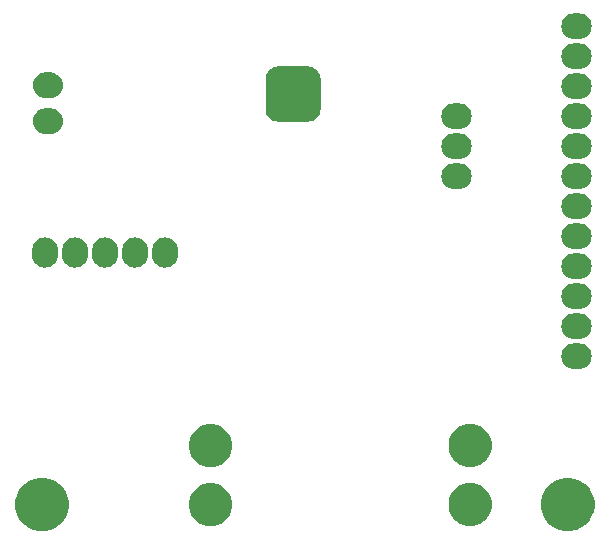
<source format=gbs>
G04 #@! TF.GenerationSoftware,KiCad,Pcbnew,5.0.2+dfsg1-1~bpo9+1*
G04 #@! TF.CreationDate,2019-05-11T00:02:52+03:00*
G04 #@! TF.ProjectId,dled-esp32-controller,646c6564-2d65-4737-9033-322d636f6e74,rev?*
G04 #@! TF.SameCoordinates,Original*
G04 #@! TF.FileFunction,Soldermask,Bot*
G04 #@! TF.FilePolarity,Negative*
%FSLAX46Y46*%
G04 Gerber Fmt 4.6, Leading zero omitted, Abs format (unit mm)*
G04 Created by KiCad (PCBNEW 5.0.2+dfsg1-1~bpo9+1) date Sb 11 mai 2019 00:02:52 +0300*
%MOMM*%
%LPD*%
G01*
G04 APERTURE LIST*
%ADD10C,0.100000*%
G04 APERTURE END LIST*
D10*
G36*
X72915049Y-93307618D02*
X72915052Y-93307619D01*
X72915051Y-93307619D01*
X73329985Y-93479490D01*
X73703415Y-93729008D01*
X74020992Y-94046585D01*
X74270510Y-94420015D01*
X74403446Y-94740950D01*
X74442382Y-94834951D01*
X74530000Y-95275438D01*
X74530000Y-95724562D01*
X74442382Y-96165049D01*
X74442381Y-96165051D01*
X74270510Y-96579985D01*
X74020992Y-96953415D01*
X73703415Y-97270992D01*
X73329985Y-97520510D01*
X73009050Y-97653446D01*
X72915049Y-97692382D01*
X72474562Y-97780000D01*
X72025438Y-97780000D01*
X71584951Y-97692382D01*
X71490950Y-97653446D01*
X71170015Y-97520510D01*
X70796585Y-97270992D01*
X70479008Y-96953415D01*
X70229490Y-96579985D01*
X70057619Y-96165051D01*
X70057618Y-96165049D01*
X69970000Y-95724562D01*
X69970000Y-95275438D01*
X70057618Y-94834951D01*
X70096554Y-94740950D01*
X70229490Y-94420015D01*
X70479008Y-94046585D01*
X70796585Y-93729008D01*
X71170015Y-93479490D01*
X71584949Y-93307619D01*
X71584948Y-93307619D01*
X71584951Y-93307618D01*
X72025438Y-93220000D01*
X72474562Y-93220000D01*
X72915049Y-93307618D01*
X72915049Y-93307618D01*
G37*
G36*
X28415049Y-93307618D02*
X28415052Y-93307619D01*
X28415051Y-93307619D01*
X28829985Y-93479490D01*
X29203415Y-93729008D01*
X29520992Y-94046585D01*
X29770510Y-94420015D01*
X29903446Y-94740950D01*
X29942382Y-94834951D01*
X30030000Y-95275438D01*
X30030000Y-95724562D01*
X29942382Y-96165049D01*
X29942381Y-96165051D01*
X29770510Y-96579985D01*
X29520992Y-96953415D01*
X29203415Y-97270992D01*
X28829985Y-97520510D01*
X28509050Y-97653446D01*
X28415049Y-97692382D01*
X27974562Y-97780000D01*
X27525438Y-97780000D01*
X27084951Y-97692382D01*
X26990950Y-97653446D01*
X26670015Y-97520510D01*
X26296585Y-97270992D01*
X25979008Y-96953415D01*
X25729490Y-96579985D01*
X25557619Y-96165051D01*
X25557618Y-96165049D01*
X25470000Y-95724562D01*
X25470000Y-95275438D01*
X25557618Y-94834951D01*
X25596554Y-94740950D01*
X25729490Y-94420015D01*
X25979008Y-94046585D01*
X26296585Y-93729008D01*
X26670015Y-93479490D01*
X27084949Y-93307619D01*
X27084948Y-93307619D01*
X27084951Y-93307618D01*
X27525438Y-93220000D01*
X27974562Y-93220000D01*
X28415049Y-93307618D01*
X28415049Y-93307618D01*
G37*
G36*
X64321660Y-93698130D02*
X64533791Y-93740325D01*
X64866830Y-93878275D01*
X65166557Y-94078546D01*
X65421454Y-94333443D01*
X65621725Y-94633170D01*
X65759675Y-94966209D01*
X65830000Y-95319761D01*
X65830000Y-95680239D01*
X65759675Y-96033791D01*
X65621725Y-96366830D01*
X65421454Y-96666557D01*
X65166557Y-96921454D01*
X64866830Y-97121725D01*
X64533791Y-97259675D01*
X64321660Y-97301870D01*
X64180241Y-97330000D01*
X63819759Y-97330000D01*
X63678340Y-97301870D01*
X63466209Y-97259675D01*
X63133170Y-97121725D01*
X62833443Y-96921454D01*
X62578546Y-96666557D01*
X62378275Y-96366830D01*
X62240325Y-96033791D01*
X62170000Y-95680239D01*
X62170000Y-95319761D01*
X62240325Y-94966209D01*
X62378275Y-94633170D01*
X62578546Y-94333443D01*
X62833443Y-94078546D01*
X63133170Y-93878275D01*
X63466209Y-93740325D01*
X63678340Y-93698130D01*
X63819759Y-93670000D01*
X64180241Y-93670000D01*
X64321660Y-93698130D01*
X64321660Y-93698130D01*
G37*
G36*
X42321660Y-93698130D02*
X42533791Y-93740325D01*
X42866830Y-93878275D01*
X43166557Y-94078546D01*
X43421454Y-94333443D01*
X43621725Y-94633170D01*
X43759675Y-94966209D01*
X43830000Y-95319761D01*
X43830000Y-95680239D01*
X43759675Y-96033791D01*
X43621725Y-96366830D01*
X43421454Y-96666557D01*
X43166557Y-96921454D01*
X42866830Y-97121725D01*
X42533791Y-97259675D01*
X42321660Y-97301870D01*
X42180241Y-97330000D01*
X41819759Y-97330000D01*
X41678340Y-97301870D01*
X41466209Y-97259675D01*
X41133170Y-97121725D01*
X40833443Y-96921454D01*
X40578546Y-96666557D01*
X40378275Y-96366830D01*
X40240325Y-96033791D01*
X40170000Y-95680239D01*
X40170000Y-95319761D01*
X40240325Y-94966209D01*
X40378275Y-94633170D01*
X40578546Y-94333443D01*
X40833443Y-94078546D01*
X41133170Y-93878275D01*
X41466209Y-93740325D01*
X41678340Y-93698130D01*
X41819759Y-93670000D01*
X42180241Y-93670000D01*
X42321660Y-93698130D01*
X42321660Y-93698130D01*
G37*
G36*
X64321660Y-88698130D02*
X64533791Y-88740325D01*
X64866830Y-88878275D01*
X65166557Y-89078546D01*
X65421454Y-89333443D01*
X65621725Y-89633170D01*
X65759675Y-89966209D01*
X65830000Y-90319761D01*
X65830000Y-90680239D01*
X65759675Y-91033791D01*
X65621725Y-91366830D01*
X65421454Y-91666557D01*
X65166557Y-91921454D01*
X64866830Y-92121725D01*
X64533791Y-92259675D01*
X64321660Y-92301870D01*
X64180241Y-92330000D01*
X63819759Y-92330000D01*
X63678340Y-92301870D01*
X63466209Y-92259675D01*
X63133170Y-92121725D01*
X62833443Y-91921454D01*
X62578546Y-91666557D01*
X62378275Y-91366830D01*
X62240325Y-91033791D01*
X62170000Y-90680239D01*
X62170000Y-90319761D01*
X62240325Y-89966209D01*
X62378275Y-89633170D01*
X62578546Y-89333443D01*
X62833443Y-89078546D01*
X63133170Y-88878275D01*
X63466209Y-88740325D01*
X63678340Y-88698130D01*
X63819759Y-88670000D01*
X64180241Y-88670000D01*
X64321660Y-88698130D01*
X64321660Y-88698130D01*
G37*
G36*
X42321660Y-88698130D02*
X42533791Y-88740325D01*
X42866830Y-88878275D01*
X43166557Y-89078546D01*
X43421454Y-89333443D01*
X43621725Y-89633170D01*
X43759675Y-89966209D01*
X43830000Y-90319761D01*
X43830000Y-90680239D01*
X43759675Y-91033791D01*
X43621725Y-91366830D01*
X43421454Y-91666557D01*
X43166557Y-91921454D01*
X42866830Y-92121725D01*
X42533791Y-92259675D01*
X42321660Y-92301870D01*
X42180241Y-92330000D01*
X41819759Y-92330000D01*
X41678340Y-92301870D01*
X41466209Y-92259675D01*
X41133170Y-92121725D01*
X40833443Y-91921454D01*
X40578546Y-91666557D01*
X40378275Y-91366830D01*
X40240325Y-91033791D01*
X40170000Y-90680239D01*
X40170000Y-90319761D01*
X40240325Y-89966209D01*
X40378275Y-89633170D01*
X40578546Y-89333443D01*
X40833443Y-89078546D01*
X41133170Y-88878275D01*
X41466209Y-88740325D01*
X41678340Y-88698130D01*
X41819759Y-88670000D01*
X42180241Y-88670000D01*
X42321660Y-88698130D01*
X42321660Y-88698130D01*
G37*
G36*
X73411713Y-81875626D02*
X73411716Y-81875627D01*
X73411717Y-81875627D01*
X73495786Y-81901129D01*
X73615299Y-81937383D01*
X73802921Y-82037669D01*
X73967371Y-82172629D01*
X74102331Y-82337079D01*
X74202617Y-82524701D01*
X74264374Y-82728287D01*
X74285226Y-82940000D01*
X74264374Y-83151713D01*
X74202617Y-83355299D01*
X74102331Y-83542921D01*
X73967371Y-83707371D01*
X73802921Y-83842331D01*
X73615299Y-83942617D01*
X73495786Y-83978871D01*
X73411717Y-84004373D01*
X73411716Y-84004373D01*
X73411713Y-84004374D01*
X73253056Y-84020000D01*
X72746944Y-84020000D01*
X72588287Y-84004374D01*
X72588284Y-84004373D01*
X72588283Y-84004373D01*
X72504214Y-83978871D01*
X72384701Y-83942617D01*
X72197079Y-83842331D01*
X72032629Y-83707371D01*
X71897669Y-83542921D01*
X71797383Y-83355299D01*
X71735626Y-83151713D01*
X71714774Y-82940000D01*
X71735626Y-82728287D01*
X71797383Y-82524701D01*
X71897669Y-82337079D01*
X72032629Y-82172629D01*
X72197079Y-82037669D01*
X72384701Y-81937383D01*
X72504214Y-81901129D01*
X72588283Y-81875627D01*
X72588284Y-81875627D01*
X72588287Y-81875626D01*
X72746944Y-81860000D01*
X73253056Y-81860000D01*
X73411713Y-81875626D01*
X73411713Y-81875626D01*
G37*
G36*
X73411713Y-79335626D02*
X73411716Y-79335627D01*
X73411717Y-79335627D01*
X73495786Y-79361129D01*
X73615299Y-79397383D01*
X73802921Y-79497669D01*
X73967371Y-79632629D01*
X74102331Y-79797079D01*
X74202617Y-79984701D01*
X74264374Y-80188287D01*
X74285226Y-80400000D01*
X74264374Y-80611713D01*
X74202617Y-80815299D01*
X74102331Y-81002921D01*
X73967371Y-81167371D01*
X73802921Y-81302331D01*
X73615299Y-81402617D01*
X73495786Y-81438871D01*
X73411717Y-81464373D01*
X73411716Y-81464373D01*
X73411713Y-81464374D01*
X73253056Y-81480000D01*
X72746944Y-81480000D01*
X72588287Y-81464374D01*
X72588284Y-81464373D01*
X72588283Y-81464373D01*
X72504214Y-81438871D01*
X72384701Y-81402617D01*
X72197079Y-81302331D01*
X72032629Y-81167371D01*
X71897669Y-81002921D01*
X71797383Y-80815299D01*
X71735626Y-80611713D01*
X71714774Y-80400000D01*
X71735626Y-80188287D01*
X71797383Y-79984701D01*
X71897669Y-79797079D01*
X72032629Y-79632629D01*
X72197079Y-79497669D01*
X72384701Y-79397383D01*
X72504214Y-79361129D01*
X72588283Y-79335627D01*
X72588284Y-79335627D01*
X72588287Y-79335626D01*
X72746944Y-79320000D01*
X73253056Y-79320000D01*
X73411713Y-79335626D01*
X73411713Y-79335626D01*
G37*
G36*
X73411713Y-76795626D02*
X73411716Y-76795627D01*
X73411717Y-76795627D01*
X73495786Y-76821129D01*
X73615299Y-76857383D01*
X73802921Y-76957669D01*
X73967371Y-77092629D01*
X74102331Y-77257079D01*
X74202617Y-77444701D01*
X74264374Y-77648287D01*
X74285226Y-77860000D01*
X74264374Y-78071713D01*
X74202617Y-78275299D01*
X74102331Y-78462921D01*
X73967371Y-78627371D01*
X73802921Y-78762331D01*
X73615299Y-78862617D01*
X73495786Y-78898871D01*
X73411717Y-78924373D01*
X73411716Y-78924373D01*
X73411713Y-78924374D01*
X73253056Y-78940000D01*
X72746944Y-78940000D01*
X72588287Y-78924374D01*
X72588284Y-78924373D01*
X72588283Y-78924373D01*
X72504214Y-78898871D01*
X72384701Y-78862617D01*
X72197079Y-78762331D01*
X72032629Y-78627371D01*
X71897669Y-78462921D01*
X71797383Y-78275299D01*
X71735626Y-78071713D01*
X71714774Y-77860000D01*
X71735626Y-77648287D01*
X71797383Y-77444701D01*
X71897669Y-77257079D01*
X72032629Y-77092629D01*
X72197079Y-76957669D01*
X72384701Y-76857383D01*
X72504214Y-76821129D01*
X72588283Y-76795627D01*
X72588284Y-76795627D01*
X72588287Y-76795626D01*
X72746944Y-76780000D01*
X73253056Y-76780000D01*
X73411713Y-76795626D01*
X73411713Y-76795626D01*
G37*
G36*
X73411713Y-74255626D02*
X73411716Y-74255627D01*
X73411717Y-74255627D01*
X73495786Y-74281129D01*
X73615299Y-74317383D01*
X73802921Y-74417669D01*
X73967371Y-74552629D01*
X74102331Y-74717079D01*
X74202617Y-74904701D01*
X74264374Y-75108287D01*
X74285226Y-75320000D01*
X74264374Y-75531713D01*
X74202617Y-75735299D01*
X74102331Y-75922921D01*
X73967371Y-76087371D01*
X73802921Y-76222331D01*
X73615299Y-76322617D01*
X73495786Y-76358871D01*
X73411717Y-76384373D01*
X73411716Y-76384373D01*
X73411713Y-76384374D01*
X73253056Y-76400000D01*
X72746944Y-76400000D01*
X72588287Y-76384374D01*
X72588284Y-76384373D01*
X72588283Y-76384373D01*
X72504214Y-76358871D01*
X72384701Y-76322617D01*
X72197079Y-76222331D01*
X72032629Y-76087371D01*
X71897669Y-75922921D01*
X71797383Y-75735299D01*
X71735626Y-75531713D01*
X71714774Y-75320000D01*
X71735626Y-75108287D01*
X71797383Y-74904701D01*
X71897669Y-74717079D01*
X72032629Y-74552629D01*
X72197079Y-74417669D01*
X72384701Y-74317383D01*
X72504214Y-74281129D01*
X72588283Y-74255627D01*
X72588284Y-74255627D01*
X72588287Y-74255626D01*
X72746944Y-74240000D01*
X73253056Y-74240000D01*
X73411713Y-74255626D01*
X73411713Y-74255626D01*
G37*
G36*
X35831712Y-72895626D02*
X35831715Y-72895627D01*
X35831716Y-72895627D01*
X35915785Y-72921129D01*
X36035298Y-72957383D01*
X36085440Y-72984185D01*
X36222919Y-73057668D01*
X36287567Y-73110723D01*
X36387371Y-73192629D01*
X36522331Y-73357079D01*
X36622617Y-73544701D01*
X36684374Y-73748287D01*
X36700000Y-73906944D01*
X36700000Y-74413055D01*
X36684374Y-74571712D01*
X36684373Y-74571715D01*
X36684373Y-74571716D01*
X36653495Y-74673506D01*
X36622616Y-74775301D01*
X36522332Y-74962919D01*
X36387371Y-75127371D01*
X36222921Y-75262331D01*
X36035299Y-75362617D01*
X35915786Y-75398871D01*
X35831717Y-75424373D01*
X35831716Y-75424373D01*
X35831713Y-75424374D01*
X35620000Y-75445226D01*
X35408288Y-75424374D01*
X35408285Y-75424373D01*
X35408284Y-75424373D01*
X35324215Y-75398871D01*
X35204702Y-75362617D01*
X35017080Y-75262331D01*
X34852630Y-75127371D01*
X34717670Y-74962921D01*
X34617383Y-74775299D01*
X34555626Y-74571713D01*
X34540000Y-74413056D01*
X34540000Y-73906945D01*
X34555626Y-73748288D01*
X34555628Y-73748283D01*
X34581129Y-73664215D01*
X34617383Y-73544702D01*
X34644185Y-73494560D01*
X34717668Y-73357081D01*
X34770723Y-73292433D01*
X34852629Y-73192629D01*
X35017079Y-73057669D01*
X35204701Y-72957383D01*
X35324214Y-72921129D01*
X35408283Y-72895627D01*
X35408284Y-72895627D01*
X35408287Y-72895626D01*
X35620000Y-72874774D01*
X35831712Y-72895626D01*
X35831712Y-72895626D01*
G37*
G36*
X33291712Y-72895626D02*
X33291715Y-72895627D01*
X33291716Y-72895627D01*
X33375785Y-72921129D01*
X33495298Y-72957383D01*
X33545440Y-72984185D01*
X33682919Y-73057668D01*
X33747567Y-73110723D01*
X33847371Y-73192629D01*
X33982331Y-73357079D01*
X34082617Y-73544701D01*
X34144374Y-73748287D01*
X34160000Y-73906944D01*
X34160000Y-74413055D01*
X34144374Y-74571712D01*
X34144373Y-74571715D01*
X34144373Y-74571716D01*
X34113495Y-74673506D01*
X34082616Y-74775301D01*
X33982332Y-74962919D01*
X33847371Y-75127371D01*
X33682921Y-75262331D01*
X33495299Y-75362617D01*
X33375786Y-75398871D01*
X33291717Y-75424373D01*
X33291716Y-75424373D01*
X33291713Y-75424374D01*
X33080000Y-75445226D01*
X32868288Y-75424374D01*
X32868285Y-75424373D01*
X32868284Y-75424373D01*
X32784215Y-75398871D01*
X32664702Y-75362617D01*
X32477080Y-75262331D01*
X32312630Y-75127371D01*
X32177670Y-74962921D01*
X32077383Y-74775299D01*
X32015626Y-74571713D01*
X32000000Y-74413056D01*
X32000000Y-73906945D01*
X32015626Y-73748288D01*
X32015628Y-73748283D01*
X32041129Y-73664215D01*
X32077383Y-73544702D01*
X32104185Y-73494560D01*
X32177668Y-73357081D01*
X32230723Y-73292433D01*
X32312629Y-73192629D01*
X32477079Y-73057669D01*
X32664701Y-72957383D01*
X32784214Y-72921129D01*
X32868283Y-72895627D01*
X32868284Y-72895627D01*
X32868287Y-72895626D01*
X33080000Y-72874774D01*
X33291712Y-72895626D01*
X33291712Y-72895626D01*
G37*
G36*
X28211712Y-72895626D02*
X28211715Y-72895627D01*
X28211716Y-72895627D01*
X28295785Y-72921129D01*
X28415298Y-72957383D01*
X28465440Y-72984185D01*
X28602919Y-73057668D01*
X28667567Y-73110723D01*
X28767371Y-73192629D01*
X28902331Y-73357079D01*
X29002617Y-73544701D01*
X29064374Y-73748287D01*
X29080000Y-73906944D01*
X29080000Y-74413055D01*
X29064374Y-74571712D01*
X29064373Y-74571715D01*
X29064373Y-74571716D01*
X29033495Y-74673506D01*
X29002616Y-74775301D01*
X28902332Y-74962919D01*
X28767371Y-75127371D01*
X28602921Y-75262331D01*
X28415299Y-75362617D01*
X28295786Y-75398871D01*
X28211717Y-75424373D01*
X28211716Y-75424373D01*
X28211713Y-75424374D01*
X28000000Y-75445226D01*
X27788288Y-75424374D01*
X27788285Y-75424373D01*
X27788284Y-75424373D01*
X27704215Y-75398871D01*
X27584702Y-75362617D01*
X27397080Y-75262331D01*
X27232630Y-75127371D01*
X27097670Y-74962921D01*
X26997383Y-74775299D01*
X26935626Y-74571713D01*
X26920000Y-74413056D01*
X26920000Y-73906945D01*
X26935626Y-73748288D01*
X26935628Y-73748283D01*
X26961129Y-73664215D01*
X26997383Y-73544702D01*
X27024185Y-73494560D01*
X27097668Y-73357081D01*
X27150723Y-73292433D01*
X27232629Y-73192629D01*
X27397079Y-73057669D01*
X27584701Y-72957383D01*
X27704214Y-72921129D01*
X27788283Y-72895627D01*
X27788284Y-72895627D01*
X27788287Y-72895626D01*
X28000000Y-72874774D01*
X28211712Y-72895626D01*
X28211712Y-72895626D01*
G37*
G36*
X38371712Y-72895626D02*
X38371715Y-72895627D01*
X38371716Y-72895627D01*
X38455785Y-72921129D01*
X38575298Y-72957383D01*
X38625440Y-72984185D01*
X38762919Y-73057668D01*
X38827567Y-73110723D01*
X38927371Y-73192629D01*
X39062331Y-73357079D01*
X39162617Y-73544701D01*
X39224374Y-73748287D01*
X39240000Y-73906944D01*
X39240000Y-74413055D01*
X39224374Y-74571712D01*
X39224373Y-74571715D01*
X39224373Y-74571716D01*
X39193495Y-74673506D01*
X39162616Y-74775301D01*
X39062332Y-74962919D01*
X38927371Y-75127371D01*
X38762921Y-75262331D01*
X38575299Y-75362617D01*
X38455786Y-75398871D01*
X38371717Y-75424373D01*
X38371716Y-75424373D01*
X38371713Y-75424374D01*
X38160000Y-75445226D01*
X37948288Y-75424374D01*
X37948285Y-75424373D01*
X37948284Y-75424373D01*
X37864215Y-75398871D01*
X37744702Y-75362617D01*
X37557080Y-75262331D01*
X37392630Y-75127371D01*
X37257670Y-74962921D01*
X37157383Y-74775299D01*
X37095626Y-74571713D01*
X37080000Y-74413056D01*
X37080000Y-73906945D01*
X37095626Y-73748288D01*
X37095628Y-73748283D01*
X37121129Y-73664215D01*
X37157383Y-73544702D01*
X37184185Y-73494560D01*
X37257668Y-73357081D01*
X37310723Y-73292433D01*
X37392629Y-73192629D01*
X37557079Y-73057669D01*
X37744701Y-72957383D01*
X37864214Y-72921129D01*
X37948283Y-72895627D01*
X37948284Y-72895627D01*
X37948287Y-72895626D01*
X38160000Y-72874774D01*
X38371712Y-72895626D01*
X38371712Y-72895626D01*
G37*
G36*
X30751712Y-72895626D02*
X30751715Y-72895627D01*
X30751716Y-72895627D01*
X30835785Y-72921129D01*
X30955298Y-72957383D01*
X31005440Y-72984185D01*
X31142919Y-73057668D01*
X31207567Y-73110723D01*
X31307371Y-73192629D01*
X31442331Y-73357079D01*
X31542617Y-73544701D01*
X31604374Y-73748287D01*
X31620000Y-73906944D01*
X31620000Y-74413055D01*
X31604374Y-74571712D01*
X31604373Y-74571715D01*
X31604373Y-74571716D01*
X31573495Y-74673506D01*
X31542616Y-74775301D01*
X31442332Y-74962919D01*
X31307371Y-75127371D01*
X31142921Y-75262331D01*
X30955299Y-75362617D01*
X30835786Y-75398871D01*
X30751717Y-75424373D01*
X30751716Y-75424373D01*
X30751713Y-75424374D01*
X30540000Y-75445226D01*
X30328288Y-75424374D01*
X30328285Y-75424373D01*
X30328284Y-75424373D01*
X30244215Y-75398871D01*
X30124702Y-75362617D01*
X29937080Y-75262331D01*
X29772630Y-75127371D01*
X29637670Y-74962921D01*
X29537383Y-74775299D01*
X29475626Y-74571713D01*
X29460000Y-74413056D01*
X29460000Y-73906945D01*
X29475626Y-73748288D01*
X29475628Y-73748283D01*
X29501129Y-73664215D01*
X29537383Y-73544702D01*
X29564185Y-73494560D01*
X29637668Y-73357081D01*
X29690723Y-73292433D01*
X29772629Y-73192629D01*
X29937079Y-73057669D01*
X30124701Y-72957383D01*
X30244214Y-72921129D01*
X30328283Y-72895627D01*
X30328284Y-72895627D01*
X30328287Y-72895626D01*
X30540000Y-72874774D01*
X30751712Y-72895626D01*
X30751712Y-72895626D01*
G37*
G36*
X73411713Y-71715626D02*
X73411716Y-71715627D01*
X73411717Y-71715627D01*
X73495786Y-71741129D01*
X73615299Y-71777383D01*
X73802921Y-71877669D01*
X73967371Y-72012629D01*
X74102331Y-72177079D01*
X74202617Y-72364701D01*
X74264374Y-72568287D01*
X74285226Y-72780000D01*
X74264374Y-72991713D01*
X74202617Y-73195299D01*
X74102331Y-73382921D01*
X73967371Y-73547371D01*
X73802921Y-73682331D01*
X73615299Y-73782617D01*
X73495786Y-73818871D01*
X73411717Y-73844373D01*
X73411716Y-73844373D01*
X73411713Y-73844374D01*
X73253056Y-73860000D01*
X72746944Y-73860000D01*
X72588287Y-73844374D01*
X72588284Y-73844373D01*
X72588283Y-73844373D01*
X72504214Y-73818871D01*
X72384701Y-73782617D01*
X72197079Y-73682331D01*
X72032629Y-73547371D01*
X71897669Y-73382921D01*
X71797383Y-73195299D01*
X71735626Y-72991713D01*
X71714774Y-72780000D01*
X71735626Y-72568287D01*
X71797383Y-72364701D01*
X71897669Y-72177079D01*
X72032629Y-72012629D01*
X72197079Y-71877669D01*
X72384701Y-71777383D01*
X72504214Y-71741129D01*
X72588283Y-71715627D01*
X72588284Y-71715627D01*
X72588287Y-71715626D01*
X72746944Y-71700000D01*
X73253056Y-71700000D01*
X73411713Y-71715626D01*
X73411713Y-71715626D01*
G37*
G36*
X73411713Y-69175626D02*
X73411716Y-69175627D01*
X73411717Y-69175627D01*
X73495786Y-69201129D01*
X73615299Y-69237383D01*
X73802921Y-69337669D01*
X73967371Y-69472629D01*
X74102331Y-69637079D01*
X74202617Y-69824701D01*
X74264374Y-70028287D01*
X74285226Y-70240000D01*
X74264374Y-70451713D01*
X74202617Y-70655299D01*
X74102331Y-70842921D01*
X73967371Y-71007371D01*
X73802921Y-71142331D01*
X73615299Y-71242617D01*
X73495786Y-71278871D01*
X73411717Y-71304373D01*
X73411716Y-71304373D01*
X73411713Y-71304374D01*
X73253056Y-71320000D01*
X72746944Y-71320000D01*
X72588287Y-71304374D01*
X72588284Y-71304373D01*
X72588283Y-71304373D01*
X72504214Y-71278871D01*
X72384701Y-71242617D01*
X72197079Y-71142331D01*
X72032629Y-71007371D01*
X71897669Y-70842921D01*
X71797383Y-70655299D01*
X71735626Y-70451713D01*
X71714774Y-70240000D01*
X71735626Y-70028287D01*
X71797383Y-69824701D01*
X71897669Y-69637079D01*
X72032629Y-69472629D01*
X72197079Y-69337669D01*
X72384701Y-69237383D01*
X72504214Y-69201129D01*
X72588283Y-69175627D01*
X72588284Y-69175627D01*
X72588287Y-69175626D01*
X72746944Y-69160000D01*
X73253056Y-69160000D01*
X73411713Y-69175626D01*
X73411713Y-69175626D01*
G37*
G36*
X63251713Y-66635626D02*
X63251716Y-66635627D01*
X63251717Y-66635627D01*
X63335786Y-66661129D01*
X63455299Y-66697383D01*
X63642921Y-66797669D01*
X63807371Y-66932629D01*
X63942331Y-67097079D01*
X64042617Y-67284701D01*
X64104374Y-67488287D01*
X64125226Y-67700000D01*
X64104374Y-67911713D01*
X64042617Y-68115299D01*
X63942331Y-68302921D01*
X63807371Y-68467371D01*
X63642921Y-68602331D01*
X63455299Y-68702617D01*
X63335786Y-68738871D01*
X63251717Y-68764373D01*
X63251716Y-68764373D01*
X63251713Y-68764374D01*
X63093056Y-68780000D01*
X62586944Y-68780000D01*
X62428287Y-68764374D01*
X62428284Y-68764373D01*
X62428283Y-68764373D01*
X62344214Y-68738871D01*
X62224701Y-68702617D01*
X62037079Y-68602331D01*
X61872629Y-68467371D01*
X61737669Y-68302921D01*
X61637383Y-68115299D01*
X61575626Y-67911713D01*
X61554774Y-67700000D01*
X61575626Y-67488287D01*
X61637383Y-67284701D01*
X61737669Y-67097079D01*
X61872629Y-66932629D01*
X62037079Y-66797669D01*
X62224701Y-66697383D01*
X62344214Y-66661129D01*
X62428283Y-66635627D01*
X62428284Y-66635627D01*
X62428287Y-66635626D01*
X62586944Y-66620000D01*
X63093056Y-66620000D01*
X63251713Y-66635626D01*
X63251713Y-66635626D01*
G37*
G36*
X73411713Y-66635626D02*
X73411716Y-66635627D01*
X73411717Y-66635627D01*
X73495786Y-66661129D01*
X73615299Y-66697383D01*
X73802921Y-66797669D01*
X73967371Y-66932629D01*
X74102331Y-67097079D01*
X74202617Y-67284701D01*
X74264374Y-67488287D01*
X74285226Y-67700000D01*
X74264374Y-67911713D01*
X74202617Y-68115299D01*
X74102331Y-68302921D01*
X73967371Y-68467371D01*
X73802921Y-68602331D01*
X73615299Y-68702617D01*
X73495786Y-68738871D01*
X73411717Y-68764373D01*
X73411716Y-68764373D01*
X73411713Y-68764374D01*
X73253056Y-68780000D01*
X72746944Y-68780000D01*
X72588287Y-68764374D01*
X72588284Y-68764373D01*
X72588283Y-68764373D01*
X72504214Y-68738871D01*
X72384701Y-68702617D01*
X72197079Y-68602331D01*
X72032629Y-68467371D01*
X71897669Y-68302921D01*
X71797383Y-68115299D01*
X71735626Y-67911713D01*
X71714774Y-67700000D01*
X71735626Y-67488287D01*
X71797383Y-67284701D01*
X71897669Y-67097079D01*
X72032629Y-66932629D01*
X72197079Y-66797669D01*
X72384701Y-66697383D01*
X72504214Y-66661129D01*
X72588283Y-66635627D01*
X72588284Y-66635627D01*
X72588287Y-66635626D01*
X72746944Y-66620000D01*
X73253056Y-66620000D01*
X73411713Y-66635626D01*
X73411713Y-66635626D01*
G37*
G36*
X73411713Y-64095626D02*
X73411716Y-64095627D01*
X73411717Y-64095627D01*
X73495786Y-64121129D01*
X73615299Y-64157383D01*
X73802921Y-64257669D01*
X73967371Y-64392629D01*
X74102331Y-64557079D01*
X74202617Y-64744701D01*
X74264374Y-64948287D01*
X74285226Y-65160000D01*
X74264374Y-65371713D01*
X74202617Y-65575299D01*
X74102331Y-65762921D01*
X73967371Y-65927371D01*
X73802921Y-66062331D01*
X73615299Y-66162617D01*
X73495786Y-66198871D01*
X73411717Y-66224373D01*
X73411716Y-66224373D01*
X73411713Y-66224374D01*
X73253056Y-66240000D01*
X72746944Y-66240000D01*
X72588287Y-66224374D01*
X72588284Y-66224373D01*
X72588283Y-66224373D01*
X72504214Y-66198871D01*
X72384701Y-66162617D01*
X72197079Y-66062331D01*
X72032629Y-65927371D01*
X71897669Y-65762921D01*
X71797383Y-65575299D01*
X71735626Y-65371713D01*
X71714774Y-65160000D01*
X71735626Y-64948287D01*
X71797383Y-64744701D01*
X71897669Y-64557079D01*
X72032629Y-64392629D01*
X72197079Y-64257669D01*
X72384701Y-64157383D01*
X72504214Y-64121129D01*
X72588283Y-64095627D01*
X72588284Y-64095627D01*
X72588287Y-64095626D01*
X72746944Y-64080000D01*
X73253056Y-64080000D01*
X73411713Y-64095626D01*
X73411713Y-64095626D01*
G37*
G36*
X63251713Y-64095626D02*
X63251716Y-64095627D01*
X63251717Y-64095627D01*
X63335786Y-64121129D01*
X63455299Y-64157383D01*
X63642921Y-64257669D01*
X63807371Y-64392629D01*
X63942331Y-64557079D01*
X64042617Y-64744701D01*
X64104374Y-64948287D01*
X64125226Y-65160000D01*
X64104374Y-65371713D01*
X64042617Y-65575299D01*
X63942331Y-65762921D01*
X63807371Y-65927371D01*
X63642921Y-66062331D01*
X63455299Y-66162617D01*
X63335786Y-66198871D01*
X63251717Y-66224373D01*
X63251716Y-66224373D01*
X63251713Y-66224374D01*
X63093056Y-66240000D01*
X62586944Y-66240000D01*
X62428287Y-66224374D01*
X62428284Y-66224373D01*
X62428283Y-66224373D01*
X62344214Y-66198871D01*
X62224701Y-66162617D01*
X62037079Y-66062331D01*
X61872629Y-65927371D01*
X61737669Y-65762921D01*
X61637383Y-65575299D01*
X61575626Y-65371713D01*
X61554774Y-65160000D01*
X61575626Y-64948287D01*
X61637383Y-64744701D01*
X61737669Y-64557079D01*
X61872629Y-64392629D01*
X62037079Y-64257669D01*
X62224701Y-64157383D01*
X62344214Y-64121129D01*
X62428283Y-64095627D01*
X62428284Y-64095627D01*
X62428287Y-64095626D01*
X62586944Y-64080000D01*
X63093056Y-64080000D01*
X63251713Y-64095626D01*
X63251713Y-64095626D01*
G37*
G36*
X28661713Y-61975626D02*
X28661716Y-61975627D01*
X28661717Y-61975627D01*
X28745786Y-62001129D01*
X28865299Y-62037383D01*
X29052921Y-62137669D01*
X29217371Y-62272629D01*
X29352331Y-62437079D01*
X29452617Y-62624701D01*
X29514374Y-62828287D01*
X29535226Y-63040000D01*
X29514374Y-63251713D01*
X29452617Y-63455299D01*
X29352331Y-63642921D01*
X29217371Y-63807371D01*
X29052921Y-63942331D01*
X28865299Y-64042617D01*
X28745786Y-64078871D01*
X28661717Y-64104373D01*
X28661716Y-64104373D01*
X28661713Y-64104374D01*
X28503056Y-64120000D01*
X27996944Y-64120000D01*
X27838287Y-64104374D01*
X27838284Y-64104373D01*
X27838283Y-64104373D01*
X27754214Y-64078871D01*
X27634701Y-64042617D01*
X27447079Y-63942331D01*
X27282629Y-63807371D01*
X27147669Y-63642921D01*
X27047383Y-63455299D01*
X26985626Y-63251713D01*
X26964774Y-63040000D01*
X26985626Y-62828287D01*
X27047383Y-62624701D01*
X27147669Y-62437079D01*
X27282629Y-62272629D01*
X27447079Y-62137669D01*
X27634701Y-62037383D01*
X27754214Y-62001129D01*
X27838283Y-61975627D01*
X27838284Y-61975627D01*
X27838287Y-61975626D01*
X27996944Y-61960000D01*
X28503056Y-61960000D01*
X28661713Y-61975626D01*
X28661713Y-61975626D01*
G37*
G36*
X73411713Y-61555626D02*
X73411716Y-61555627D01*
X73411717Y-61555627D01*
X73495786Y-61581129D01*
X73615299Y-61617383D01*
X73802921Y-61717669D01*
X73967371Y-61852629D01*
X74102331Y-62017079D01*
X74202617Y-62204701D01*
X74264374Y-62408287D01*
X74285226Y-62620000D01*
X74264374Y-62831713D01*
X74202617Y-63035299D01*
X74102331Y-63222921D01*
X73967371Y-63387371D01*
X73802921Y-63522331D01*
X73615299Y-63622617D01*
X73495786Y-63658871D01*
X73411717Y-63684373D01*
X73411716Y-63684373D01*
X73411713Y-63684374D01*
X73253056Y-63700000D01*
X72746944Y-63700000D01*
X72588287Y-63684374D01*
X72588284Y-63684373D01*
X72588283Y-63684373D01*
X72504214Y-63658871D01*
X72384701Y-63622617D01*
X72197079Y-63522331D01*
X72032629Y-63387371D01*
X71897669Y-63222921D01*
X71797383Y-63035299D01*
X71735626Y-62831713D01*
X71714774Y-62620000D01*
X71735626Y-62408287D01*
X71797383Y-62204701D01*
X71897669Y-62017079D01*
X72032629Y-61852629D01*
X72197079Y-61717669D01*
X72384701Y-61617383D01*
X72504214Y-61581129D01*
X72588283Y-61555627D01*
X72588284Y-61555627D01*
X72588287Y-61555626D01*
X72746944Y-61540000D01*
X73253056Y-61540000D01*
X73411713Y-61555626D01*
X73411713Y-61555626D01*
G37*
G36*
X63251713Y-61555626D02*
X63251716Y-61555627D01*
X63251717Y-61555627D01*
X63335786Y-61581129D01*
X63455299Y-61617383D01*
X63642921Y-61717669D01*
X63807371Y-61852629D01*
X63942331Y-62017079D01*
X64042617Y-62204701D01*
X64104374Y-62408287D01*
X64125226Y-62620000D01*
X64104374Y-62831713D01*
X64042617Y-63035299D01*
X63942331Y-63222921D01*
X63807371Y-63387371D01*
X63642921Y-63522331D01*
X63455299Y-63622617D01*
X63335786Y-63658871D01*
X63251717Y-63684373D01*
X63251716Y-63684373D01*
X63251713Y-63684374D01*
X63093056Y-63700000D01*
X62586944Y-63700000D01*
X62428287Y-63684374D01*
X62428284Y-63684373D01*
X62428283Y-63684373D01*
X62344214Y-63658871D01*
X62224701Y-63622617D01*
X62037079Y-63522331D01*
X61872629Y-63387371D01*
X61737669Y-63222921D01*
X61637383Y-63035299D01*
X61575626Y-62831713D01*
X61554774Y-62620000D01*
X61575626Y-62408287D01*
X61637383Y-62204701D01*
X61737669Y-62017079D01*
X61872629Y-61852629D01*
X62037079Y-61717669D01*
X62224701Y-61617383D01*
X62344214Y-61581129D01*
X62428283Y-61555627D01*
X62428284Y-61555627D01*
X62428287Y-61555626D01*
X62586944Y-61540000D01*
X63093056Y-61540000D01*
X63251713Y-61555626D01*
X63251713Y-61555626D01*
G37*
G36*
X50462546Y-58436534D02*
X50664517Y-58497802D01*
X50850658Y-58597295D01*
X51013809Y-58731191D01*
X51147705Y-58894342D01*
X51247198Y-59080483D01*
X51308466Y-59282454D01*
X51330000Y-59501094D01*
X51330000Y-61988906D01*
X51308466Y-62207546D01*
X51247198Y-62409517D01*
X51147705Y-62595658D01*
X51013809Y-62758809D01*
X50850658Y-62892705D01*
X50664517Y-62992198D01*
X50462546Y-63053466D01*
X50243906Y-63075000D01*
X47756094Y-63075000D01*
X47537454Y-63053466D01*
X47335483Y-62992198D01*
X47149342Y-62892705D01*
X46986191Y-62758809D01*
X46852295Y-62595658D01*
X46752802Y-62409517D01*
X46691534Y-62207546D01*
X46670000Y-61988906D01*
X46670000Y-59501094D01*
X46691534Y-59282454D01*
X46752802Y-59080483D01*
X46852295Y-58894342D01*
X46986191Y-58731191D01*
X47149342Y-58597295D01*
X47335483Y-58497802D01*
X47537454Y-58436534D01*
X47756094Y-58415000D01*
X50243906Y-58415000D01*
X50462546Y-58436534D01*
X50462546Y-58436534D01*
G37*
G36*
X73411713Y-59015626D02*
X73411716Y-59015627D01*
X73411717Y-59015627D01*
X73495786Y-59041129D01*
X73615299Y-59077383D01*
X73802921Y-59177669D01*
X73967371Y-59312629D01*
X74102331Y-59477079D01*
X74202617Y-59664701D01*
X74264374Y-59868287D01*
X74285226Y-60080000D01*
X74264374Y-60291713D01*
X74202617Y-60495299D01*
X74102331Y-60682921D01*
X73967371Y-60847371D01*
X73802921Y-60982331D01*
X73615299Y-61082617D01*
X73495786Y-61118871D01*
X73411717Y-61144373D01*
X73411716Y-61144373D01*
X73411713Y-61144374D01*
X73253056Y-61160000D01*
X72746944Y-61160000D01*
X72588287Y-61144374D01*
X72588284Y-61144373D01*
X72588283Y-61144373D01*
X72504214Y-61118871D01*
X72384701Y-61082617D01*
X72197079Y-60982331D01*
X72032629Y-60847371D01*
X71897669Y-60682921D01*
X71797383Y-60495299D01*
X71735626Y-60291713D01*
X71714774Y-60080000D01*
X71735626Y-59868287D01*
X71797383Y-59664701D01*
X71897669Y-59477079D01*
X72032629Y-59312629D01*
X72197079Y-59177669D01*
X72384701Y-59077383D01*
X72504214Y-59041129D01*
X72588283Y-59015627D01*
X72588284Y-59015627D01*
X72588287Y-59015626D01*
X72746944Y-59000000D01*
X73253056Y-59000000D01*
X73411713Y-59015626D01*
X73411713Y-59015626D01*
G37*
G36*
X28661713Y-58935626D02*
X28661716Y-58935627D01*
X28661717Y-58935627D01*
X28745786Y-58961129D01*
X28865299Y-58997383D01*
X29052921Y-59097669D01*
X29217371Y-59232629D01*
X29352331Y-59397079D01*
X29452617Y-59584701D01*
X29514374Y-59788287D01*
X29535226Y-60000000D01*
X29514374Y-60211713D01*
X29452617Y-60415299D01*
X29352331Y-60602921D01*
X29217371Y-60767371D01*
X29052921Y-60902331D01*
X28865299Y-61002617D01*
X28745786Y-61038871D01*
X28661717Y-61064373D01*
X28661716Y-61064373D01*
X28661713Y-61064374D01*
X28503056Y-61080000D01*
X27996944Y-61080000D01*
X27838287Y-61064374D01*
X27838284Y-61064373D01*
X27838283Y-61064373D01*
X27754214Y-61038871D01*
X27634701Y-61002617D01*
X27447079Y-60902331D01*
X27282629Y-60767371D01*
X27147669Y-60602921D01*
X27047383Y-60415299D01*
X26985626Y-60211713D01*
X26964774Y-60000000D01*
X26985626Y-59788287D01*
X27047383Y-59584701D01*
X27147669Y-59397079D01*
X27282629Y-59232629D01*
X27447079Y-59097669D01*
X27634701Y-58997383D01*
X27754214Y-58961129D01*
X27838283Y-58935627D01*
X27838284Y-58935627D01*
X27838287Y-58935626D01*
X27996944Y-58920000D01*
X28503056Y-58920000D01*
X28661713Y-58935626D01*
X28661713Y-58935626D01*
G37*
G36*
X73411713Y-56475626D02*
X73411716Y-56475627D01*
X73411717Y-56475627D01*
X73495786Y-56501129D01*
X73615299Y-56537383D01*
X73802921Y-56637669D01*
X73967371Y-56772629D01*
X74102331Y-56937079D01*
X74202617Y-57124701D01*
X74264374Y-57328287D01*
X74285226Y-57540000D01*
X74264374Y-57751713D01*
X74202617Y-57955299D01*
X74102331Y-58142921D01*
X73967371Y-58307371D01*
X73802921Y-58442331D01*
X73615299Y-58542617D01*
X73495786Y-58578871D01*
X73411717Y-58604373D01*
X73411716Y-58604373D01*
X73411713Y-58604374D01*
X73253056Y-58620000D01*
X72746944Y-58620000D01*
X72588287Y-58604374D01*
X72588284Y-58604373D01*
X72588283Y-58604373D01*
X72504214Y-58578871D01*
X72384701Y-58542617D01*
X72197079Y-58442331D01*
X72032629Y-58307371D01*
X71897669Y-58142921D01*
X71797383Y-57955299D01*
X71735626Y-57751713D01*
X71714774Y-57540000D01*
X71735626Y-57328287D01*
X71797383Y-57124701D01*
X71897669Y-56937079D01*
X72032629Y-56772629D01*
X72197079Y-56637669D01*
X72384701Y-56537383D01*
X72504214Y-56501129D01*
X72588283Y-56475627D01*
X72588284Y-56475627D01*
X72588287Y-56475626D01*
X72746944Y-56460000D01*
X73253056Y-56460000D01*
X73411713Y-56475626D01*
X73411713Y-56475626D01*
G37*
G36*
X73411713Y-53935626D02*
X73411716Y-53935627D01*
X73411717Y-53935627D01*
X73495786Y-53961129D01*
X73615299Y-53997383D01*
X73802921Y-54097669D01*
X73967371Y-54232629D01*
X74102331Y-54397079D01*
X74202617Y-54584701D01*
X74264374Y-54788287D01*
X74285226Y-55000000D01*
X74264374Y-55211713D01*
X74202617Y-55415299D01*
X74102331Y-55602921D01*
X73967371Y-55767371D01*
X73802921Y-55902331D01*
X73615299Y-56002617D01*
X73495786Y-56038871D01*
X73411717Y-56064373D01*
X73411716Y-56064373D01*
X73411713Y-56064374D01*
X73253056Y-56080000D01*
X72746944Y-56080000D01*
X72588287Y-56064374D01*
X72588284Y-56064373D01*
X72588283Y-56064373D01*
X72504214Y-56038871D01*
X72384701Y-56002617D01*
X72197079Y-55902331D01*
X72032629Y-55767371D01*
X71897669Y-55602921D01*
X71797383Y-55415299D01*
X71735626Y-55211713D01*
X71714774Y-55000000D01*
X71735626Y-54788287D01*
X71797383Y-54584701D01*
X71897669Y-54397079D01*
X72032629Y-54232629D01*
X72197079Y-54097669D01*
X72384701Y-53997383D01*
X72504214Y-53961129D01*
X72588283Y-53935627D01*
X72588284Y-53935627D01*
X72588287Y-53935626D01*
X72746944Y-53920000D01*
X73253056Y-53920000D01*
X73411713Y-53935626D01*
X73411713Y-53935626D01*
G37*
M02*

</source>
